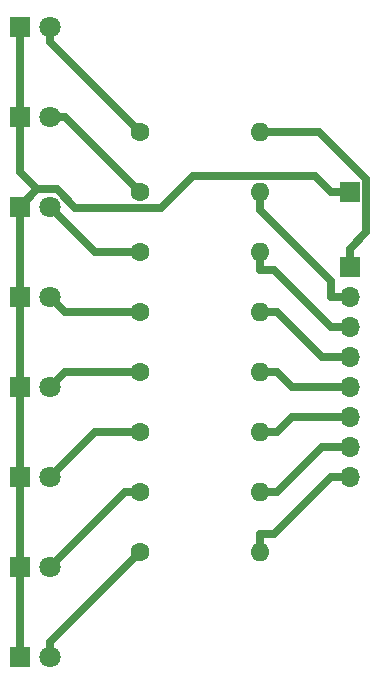
<source format=gbr>
G04 #@! TF.FileFunction,Copper,L1,Top,Signal*
%FSLAX46Y46*%
G04 Gerber Fmt 4.6, Leading zero omitted, Abs format (unit mm)*
G04 Created by KiCad (PCBNEW 4.0.6) date Sun Sep  8 22:16:29 2019*
%MOMM*%
%LPD*%
G01*
G04 APERTURE LIST*
%ADD10C,0.100000*%
%ADD11R,1.800000X1.800000*%
%ADD12C,1.800000*%
%ADD13C,1.600000*%
%ADD14O,1.600000X1.600000*%
%ADD15R,1.700000X1.700000*%
%ADD16O,1.700000X1.700000*%
%ADD17C,0.700000*%
G04 APERTURE END LIST*
D10*
D11*
X154940000Y-82550000D03*
D12*
X157480000Y-82550000D03*
D11*
X154940000Y-90170000D03*
D12*
X157480000Y-90170000D03*
D11*
X154940000Y-97790000D03*
D12*
X157480000Y-97790000D03*
D11*
X154940000Y-105410000D03*
D12*
X157480000Y-105410000D03*
D11*
X154940000Y-113030000D03*
D12*
X157480000Y-113030000D03*
D11*
X154940000Y-120650000D03*
D12*
X157480000Y-120650000D03*
D11*
X154940000Y-128270000D03*
D12*
X157480000Y-128270000D03*
D11*
X154940000Y-135890000D03*
D12*
X157480000Y-135890000D03*
D13*
X165100000Y-91440000D03*
D14*
X175260000Y-91440000D03*
D13*
X165100000Y-96520000D03*
D14*
X175260000Y-96520000D03*
D13*
X165100000Y-101600000D03*
D14*
X175260000Y-101600000D03*
D13*
X165100000Y-106680000D03*
D14*
X175260000Y-106680000D03*
D13*
X165100000Y-111760000D03*
D14*
X175260000Y-111760000D03*
D13*
X165100000Y-116840000D03*
D14*
X175260000Y-116840000D03*
D13*
X165100000Y-121920000D03*
D14*
X175260000Y-121920000D03*
D13*
X165100000Y-127000000D03*
D14*
X175260000Y-127000000D03*
D15*
X182880000Y-102870000D03*
D16*
X182880000Y-105410000D03*
X182880000Y-107950000D03*
X182880000Y-110490000D03*
X182880000Y-113030000D03*
X182880000Y-115570000D03*
X182880000Y-118110000D03*
X182880000Y-120650000D03*
D15*
X182880000Y-96520000D03*
D17*
X154940000Y-135890000D02*
X154940000Y-128270000D01*
X154940000Y-128270000D02*
X154940000Y-120650000D01*
X154940000Y-120650000D02*
X154940000Y-113030000D01*
X154940000Y-113030000D02*
X154940000Y-105410000D01*
X154940000Y-105410000D02*
X154940000Y-97790000D01*
X154940000Y-90170000D02*
X154940000Y-82550000D01*
X182880000Y-96520000D02*
X181330000Y-96520000D01*
X156431300Y-96298700D02*
X154940000Y-97790000D01*
X158072600Y-96298700D02*
X156431300Y-96298700D01*
X159648000Y-97874100D02*
X158072600Y-96298700D01*
X166916200Y-97874100D02*
X159648000Y-97874100D01*
X169620600Y-95169700D02*
X166916200Y-97874100D01*
X179979700Y-95169700D02*
X169620600Y-95169700D01*
X181330000Y-96520000D02*
X179979700Y-95169700D01*
X154940000Y-94807400D02*
X154940000Y-90170000D01*
X156431300Y-96298700D02*
X154940000Y-94807400D01*
X157480000Y-83820000D02*
X157480000Y-82550000D01*
X165100000Y-91440000D02*
X157480000Y-83820000D01*
X158750000Y-90170000D02*
X157480000Y-90170000D01*
X165100000Y-96520000D02*
X158750000Y-90170000D01*
X161290000Y-101600000D02*
X157480000Y-97790000D01*
X165100000Y-101600000D02*
X161290000Y-101600000D01*
X158750000Y-106680000D02*
X157480000Y-105410000D01*
X165100000Y-106680000D02*
X158750000Y-106680000D01*
X158750000Y-111760000D02*
X157480000Y-113030000D01*
X165100000Y-111760000D02*
X158750000Y-111760000D01*
X161290000Y-116840000D02*
X157480000Y-120650000D01*
X165100000Y-116840000D02*
X161290000Y-116840000D01*
X163830000Y-121920000D02*
X157480000Y-128270000D01*
X165100000Y-121920000D02*
X163830000Y-121920000D01*
X157480000Y-134620000D02*
X157480000Y-135890000D01*
X165100000Y-127000000D02*
X157480000Y-134620000D01*
X180319500Y-91440000D02*
X175260000Y-91440000D01*
X184281100Y-95401600D02*
X180319500Y-91440000D01*
X184281100Y-99918900D02*
X184281100Y-95401600D01*
X182880000Y-101320000D02*
X184281100Y-99918900D01*
X182880000Y-102870000D02*
X182880000Y-101320000D01*
X181330000Y-104090000D02*
X175260000Y-98020000D01*
X181330000Y-105410000D02*
X181330000Y-104090000D01*
X175260000Y-96520000D02*
X175260000Y-98020000D01*
X182880000Y-105410000D02*
X181330000Y-105410000D01*
X176480000Y-103100000D02*
X175260000Y-103100000D01*
X181330000Y-107950000D02*
X176480000Y-103100000D01*
X182880000Y-107950000D02*
X181330000Y-107950000D01*
X175260000Y-101600000D02*
X175260000Y-103100000D01*
X180570000Y-110490000D02*
X176760000Y-106680000D01*
X182880000Y-110490000D02*
X180570000Y-110490000D01*
X175260000Y-106680000D02*
X176760000Y-106680000D01*
X178030000Y-113030000D02*
X176760000Y-111760000D01*
X182880000Y-113030000D02*
X178030000Y-113030000D01*
X175260000Y-111760000D02*
X176760000Y-111760000D01*
X178030000Y-115570000D02*
X176760000Y-116840000D01*
X182880000Y-115570000D02*
X178030000Y-115570000D01*
X175260000Y-116840000D02*
X176760000Y-116840000D01*
X180570000Y-118110000D02*
X176760000Y-121920000D01*
X182880000Y-118110000D02*
X180570000Y-118110000D01*
X175260000Y-121920000D02*
X176760000Y-121920000D01*
X176480000Y-125500000D02*
X175260000Y-125500000D01*
X181330000Y-120650000D02*
X176480000Y-125500000D01*
X182880000Y-120650000D02*
X181330000Y-120650000D01*
X175260000Y-127000000D02*
X175260000Y-125500000D01*
M02*

</source>
